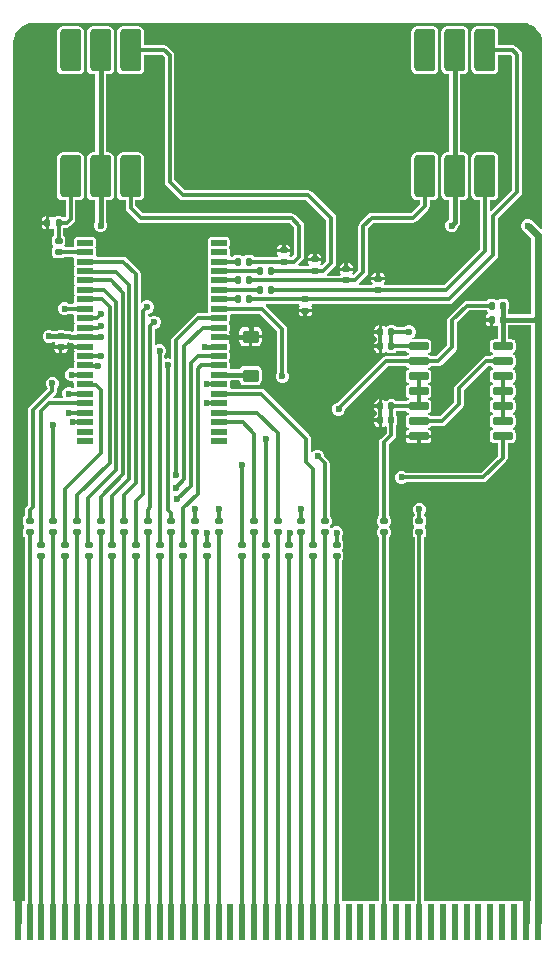
<source format=gtl>
G04*
G04 #@! TF.GenerationSoftware,Altium Limited,Altium Designer,25.4.2 (15)*
G04*
G04 Layer_Physical_Order=1*
G04 Layer_Color=255*
%FSLAX44Y44*%
%MOMM*%
G71*
G04*
G04 #@! TF.SameCoordinates,8BB3DE61-D15D-4615-A688-D497E92F8216*
G04*
G04*
G04 #@! TF.FilePolarity,Positive*
G04*
G01*
G75*
%ADD10C,0.3000*%
G04:AMPARAMS|DCode=12|XSize=1.1mm|YSize=1.35mm|CornerRadius=0.1375mm|HoleSize=0mm|Usage=FLASHONLY|Rotation=90.000|XOffset=0mm|YOffset=0mm|HoleType=Round|Shape=RoundedRectangle|*
%AMROUNDEDRECTD12*
21,1,1.1000,1.0750,0,0,90.0*
21,1,0.8250,1.3500,0,0,90.0*
1,1,0.2750,0.5375,0.4125*
1,1,0.2750,0.5375,-0.4125*
1,1,0.2750,-0.5375,-0.4125*
1,1,0.2750,-0.5375,0.4125*
%
%ADD12ROUNDEDRECTD12*%
G04:AMPARAMS|DCode=13|XSize=0.6mm|YSize=0.45mm|CornerRadius=0.0563mm|HoleSize=0mm|Usage=FLASHONLY|Rotation=90.000|XOffset=0mm|YOffset=0mm|HoleType=Round|Shape=RoundedRectangle|*
%AMROUNDEDRECTD13*
21,1,0.6000,0.3375,0,0,90.0*
21,1,0.4875,0.4500,0,0,90.0*
1,1,0.1125,0.1688,0.2438*
1,1,0.1125,0.1688,-0.2438*
1,1,0.1125,-0.1688,-0.2438*
1,1,0.1125,-0.1688,0.2438*
%
%ADD13ROUNDEDRECTD13*%
G04:AMPARAMS|DCode=14|XSize=0.6mm|YSize=0.45mm|CornerRadius=0.0563mm|HoleSize=0mm|Usage=FLASHONLY|Rotation=180.000|XOffset=0mm|YOffset=0mm|HoleType=Round|Shape=RoundedRectangle|*
%AMROUNDEDRECTD14*
21,1,0.6000,0.3375,0,0,180.0*
21,1,0.4875,0.4500,0,0,180.0*
1,1,0.1125,-0.2438,0.1688*
1,1,0.1125,0.2438,0.1688*
1,1,0.1125,0.2438,-0.1688*
1,1,0.1125,-0.2438,-0.1688*
%
%ADD14ROUNDEDRECTD14*%
G04:AMPARAMS|DCode=15|XSize=0.65mm|YSize=1.65mm|CornerRadius=0.0813mm|HoleSize=0mm|Usage=FLASHONLY|Rotation=90.000|XOffset=0mm|YOffset=0mm|HoleType=Round|Shape=RoundedRectangle|*
%AMROUNDEDRECTD15*
21,1,0.6500,1.4875,0,0,90.0*
21,1,0.4875,1.6500,0,0,90.0*
1,1,0.1625,0.7438,0.2438*
1,1,0.1625,0.7438,-0.2438*
1,1,0.1625,-0.7438,-0.2438*
1,1,0.1625,-0.7438,0.2438*
%
%ADD15ROUNDEDRECTD15*%
%ADD16R,0.6000X3.0500*%
G04:AMPARAMS|DCode=17|XSize=1.36mm|YSize=0.51mm|CornerRadius=0.0638mm|HoleSize=0mm|Usage=FLASHONLY|Rotation=0.000|XOffset=0mm|YOffset=0mm|HoleType=Round|Shape=RoundedRectangle|*
%AMROUNDEDRECTD17*
21,1,1.3600,0.3825,0,0,0.0*
21,1,1.2325,0.5100,0,0,0.0*
1,1,0.1275,0.6163,-0.1913*
1,1,0.1275,-0.6163,-0.1913*
1,1,0.1275,-0.6163,0.1913*
1,1,0.1275,0.6163,0.1913*
%
%ADD17ROUNDEDRECTD17*%
G04:AMPARAMS|DCode=18|XSize=1.778mm|YSize=3.556mm|CornerRadius=0.2223mm|HoleSize=0mm|Usage=FLASHONLY|Rotation=0.000|XOffset=0mm|YOffset=0mm|HoleType=Round|Shape=RoundedRectangle|*
%AMROUNDEDRECTD18*
21,1,1.7780,3.1115,0,0,0.0*
21,1,1.3335,3.5560,0,0,0.0*
1,1,0.4445,0.6668,-1.5558*
1,1,0.4445,-0.6668,-1.5558*
1,1,0.4445,-0.6668,1.5558*
1,1,0.4445,0.6668,1.5558*
%
%ADD18ROUNDEDRECTD18*%
%ADD27C,0.4000*%
%ADD28C,0.6000*%
%ADD29C,6.0000*%
%ADD30C,0.6000*%
G36*
X438202Y776097D02*
X441281Y775163D01*
X444118Y773646D01*
X446605Y771605D01*
X448646Y769118D01*
X450163Y766281D01*
X451097Y763202D01*
X451405Y760072D01*
X451390Y760000D01*
Y602507D01*
X450217Y602021D01*
X443244Y608994D01*
X442781Y609303D01*
X442388Y609697D01*
X441874Y609910D01*
X441412Y610219D01*
X440866Y610327D01*
X440352Y610540D01*
X439796D01*
X439250Y610649D01*
X438704Y610540D01*
X438148D01*
X437634Y610327D01*
X437088Y610219D01*
X436626Y609910D01*
X436112Y609697D01*
X435718Y609303D01*
X435256Y608994D01*
X434947Y608531D01*
X434553Y608138D01*
X434341Y607624D01*
X434031Y607162D01*
X433923Y606616D01*
X433710Y606102D01*
Y605546D01*
X433601Y605000D01*
X433710Y604454D01*
Y603898D01*
X433923Y603384D01*
X434031Y602838D01*
X434341Y602376D01*
X434553Y601862D01*
X434947Y601469D01*
X435256Y601006D01*
X441852Y594410D01*
Y529879D01*
X422879D01*
Y533698D01*
X423101Y534813D01*
Y539688D01*
X422860Y540898D01*
X422174Y541925D01*
X421148Y542610D01*
X419938Y542851D01*
X416562D01*
X415352Y542610D01*
X414326Y541925D01*
X414264Y541832D01*
X412736D01*
X412674Y541925D01*
X411648Y542610D01*
X410437Y542851D01*
X407062D01*
X405852Y542610D01*
X404826Y541925D01*
X404455Y541369D01*
X387750D01*
X386174Y541056D01*
X384838Y540163D01*
X372337Y527663D01*
X371444Y526326D01*
X371131Y524750D01*
Y503706D01*
X361694Y494269D01*
X357096D01*
X356604Y495004D01*
X355496Y495745D01*
X354957Y495853D01*
Y497147D01*
X355496Y497254D01*
X356604Y497995D01*
X357346Y499104D01*
X357606Y500412D01*
Y505287D01*
X357346Y506595D01*
X356604Y507704D01*
X355496Y508445D01*
X354188Y508706D01*
X341777D01*
X341524Y509976D01*
X341888Y510126D01*
X343447Y511685D01*
X344290Y513721D01*
Y515925D01*
X343447Y517961D01*
X341888Y519520D01*
X339852Y520363D01*
X337648D01*
X335612Y519520D01*
X335034Y518942D01*
X328045D01*
X327674Y519497D01*
X326648Y520183D01*
X325438Y520424D01*
X322063D01*
X320852Y520183D01*
X319826Y519497D01*
X319764Y519404D01*
X318236D01*
X318174Y519497D01*
X317148Y520183D01*
X315937Y520424D01*
X315520D01*
Y514823D01*
X314250D01*
Y513553D01*
X309399D01*
Y512385D01*
X309640Y511175D01*
X310326Y510149D01*
X311335Y509474D01*
X311352Y509383D01*
Y508263D01*
X311335Y508171D01*
X310326Y507497D01*
X309640Y506470D01*
X309399Y505260D01*
Y504092D01*
X314250D01*
Y502822D01*
X315520D01*
Y497222D01*
X315937D01*
X317148Y497463D01*
X318174Y498148D01*
X318236Y498241D01*
X319764D01*
X319826Y498148D01*
X320852Y497463D01*
X322063Y497222D01*
X325438D01*
X326648Y497463D01*
X327674Y498148D01*
X328045Y498703D01*
X336423D01*
X336895Y497995D01*
X338004Y497254D01*
X338543Y497147D01*
Y495853D01*
X338004Y495745D01*
X336895Y495004D01*
X336404Y494269D01*
X318900D01*
X317324Y493955D01*
X315987Y493063D01*
X277965Y455040D01*
X277898D01*
X275862Y454197D01*
X274303Y452638D01*
X273460Y450602D01*
Y448398D01*
X274303Y446362D01*
X275862Y444803D01*
X277898Y443960D01*
X280102D01*
X282138Y444803D01*
X283697Y446362D01*
X284540Y448398D01*
Y449965D01*
X320606Y486031D01*
X336404D01*
X336895Y485295D01*
X338004Y484554D01*
X338543Y484447D01*
Y483153D01*
X338004Y483045D01*
X336895Y482304D01*
X336155Y481195D01*
X335894Y479887D01*
Y475012D01*
X336155Y473704D01*
X336895Y472595D01*
X338004Y471854D01*
X338543Y471747D01*
Y470452D01*
X338004Y470345D01*
X336895Y469604D01*
X336155Y468495D01*
X335894Y467187D01*
Y462312D01*
X336155Y461004D01*
X336895Y459895D01*
X338004Y459154D01*
X338543Y459047D01*
Y457752D01*
X338004Y457645D01*
X336895Y456904D01*
X336449Y456237D01*
X328045D01*
X327674Y456792D01*
X326648Y457477D01*
X325438Y457718D01*
X322063D01*
X320852Y457477D01*
X319826Y456792D01*
X319764Y456699D01*
X318236D01*
X318174Y456792D01*
X317148Y457477D01*
X315937Y457718D01*
X315520D01*
Y452117D01*
X314250D01*
Y450847D01*
X309399D01*
Y449680D01*
X309640Y448470D01*
X310326Y447443D01*
X311335Y446769D01*
X311352Y446674D01*
Y445561D01*
X311335Y445466D01*
X310326Y444792D01*
X309640Y443766D01*
X309399Y442555D01*
Y441388D01*
X314250D01*
Y440118D01*
X315520D01*
Y434517D01*
X315937D01*
X317148Y434758D01*
X318174Y435443D01*
X319322Y434981D01*
X319631Y434772D01*
Y429456D01*
X314587Y424413D01*
X313694Y423077D01*
X313381Y421500D01*
Y359045D01*
X312826Y358674D01*
X312140Y357648D01*
X311899Y356438D01*
Y353063D01*
X312140Y351852D01*
X312826Y350826D01*
X312919Y350764D01*
Y349236D01*
X312826Y349174D01*
X312140Y348148D01*
X311899Y346937D01*
Y343563D01*
X312140Y342352D01*
X312826Y341326D01*
X313381Y340955D01*
Y33040D01*
X281619D01*
Y320955D01*
X282174Y321326D01*
X282860Y322352D01*
X283101Y323563D01*
Y326937D01*
X282860Y328148D01*
X282174Y329174D01*
X282082Y329236D01*
Y330764D01*
X282174Y330826D01*
X282860Y331852D01*
X283101Y333063D01*
Y336438D01*
X282860Y337648D01*
X282174Y338674D01*
X281619Y339045D01*
Y341035D01*
X282197Y341612D01*
X283040Y343648D01*
Y345852D01*
X282197Y347888D01*
X280638Y349447D01*
X278602Y350290D01*
X276398D01*
X274362Y349447D01*
X273857Y348942D01*
X272222Y349103D01*
X272174Y349174D01*
X272082Y349236D01*
Y350764D01*
X272174Y350826D01*
X272860Y351852D01*
X273101Y353063D01*
Y356438D01*
X272860Y357648D01*
X272174Y358674D01*
X271619Y359045D01*
Y403500D01*
X271306Y405076D01*
X270413Y406413D01*
X266790Y410035D01*
Y410852D01*
X265947Y412888D01*
X264388Y414447D01*
X262352Y415290D01*
X260148D01*
X258112Y414447D01*
X256889Y413224D01*
X255619Y413699D01*
Y424500D01*
X255306Y426077D01*
X254413Y427413D01*
X216413Y465413D01*
X215077Y466306D01*
X213500Y466619D01*
X187580D01*
X186763Y467889D01*
X186902Y468587D01*
Y472412D01*
X186864Y472601D01*
X187907Y473871D01*
X195134D01*
X195437Y472347D01*
X196302Y471053D01*
X197597Y470187D01*
X199125Y469883D01*
X209875D01*
X211402Y470187D01*
X212698Y471053D01*
X213563Y472347D01*
X213867Y473875D01*
Y482125D01*
X213563Y483653D01*
X212698Y484948D01*
X211402Y485813D01*
X209875Y486117D01*
X199125D01*
X197597Y485813D01*
X196302Y484948D01*
X195437Y483653D01*
X195333Y483129D01*
X187907D01*
X186864Y484399D01*
X186902Y484587D01*
Y488412D01*
X186655Y489652D01*
X186089Y490500D01*
X186655Y491348D01*
X186902Y492587D01*
Y496412D01*
X186655Y497652D01*
X186089Y498500D01*
X186655Y499348D01*
X186902Y500587D01*
Y504412D01*
X186655Y505652D01*
X186089Y506500D01*
X186655Y507348D01*
X186902Y508587D01*
Y509230D01*
X177500D01*
Y511770D01*
X186902D01*
Y512412D01*
X186655Y513652D01*
X186089Y514500D01*
X186655Y515348D01*
X186902Y516587D01*
Y520412D01*
X186655Y521652D01*
X186089Y522500D01*
X186655Y523348D01*
X186902Y524587D01*
Y528412D01*
X186763Y529111D01*
X187580Y530381D01*
X212294D01*
X227131Y515544D01*
Y480716D01*
X226803Y480388D01*
X225960Y478352D01*
Y476148D01*
X226803Y474112D01*
X228362Y472553D01*
X230398Y471710D01*
X232602D01*
X234638Y472553D01*
X236197Y474112D01*
X237040Y476148D01*
Y478352D01*
X236197Y480388D01*
X235369Y481215D01*
Y517250D01*
X235056Y518826D01*
X234163Y520163D01*
X217214Y537111D01*
X217615Y538302D01*
X217677Y538381D01*
X241000D01*
X241001Y538381D01*
X245654D01*
X245863Y538072D01*
X246326Y536924D01*
X245640Y535898D01*
X245399Y534688D01*
Y534270D01*
X256601D01*
Y534688D01*
X256360Y535898D01*
X255674Y536924D01*
X256136Y538072D01*
X256345Y538381D01*
X372250D01*
X373826Y538695D01*
X375163Y539588D01*
X412913Y577337D01*
X413806Y578674D01*
X414119Y580250D01*
Y611294D01*
X433163Y630337D01*
X434056Y631674D01*
X434369Y633250D01*
Y749750D01*
X434056Y751326D01*
X433163Y752663D01*
X429573Y756253D01*
X428236Y757146D01*
X426660Y757459D01*
X414423D01*
Y768897D01*
X414054Y770756D01*
X413001Y772331D01*
X411426Y773384D01*
X409567Y773753D01*
X396232D01*
X394374Y773384D01*
X392799Y772331D01*
X391746Y770756D01*
X391377Y768897D01*
Y737783D01*
X391746Y735924D01*
X392799Y734349D01*
X394374Y733296D01*
X396232Y732927D01*
X409567D01*
X411426Y733296D01*
X413001Y734349D01*
X414054Y735924D01*
X414423Y737783D01*
Y749221D01*
X424954D01*
X426131Y748044D01*
Y634956D01*
X408289Y617114D01*
X407019Y617640D01*
Y626247D01*
X409567D01*
X411426Y626616D01*
X413001Y627669D01*
X414054Y629244D01*
X414423Y631102D01*
Y662217D01*
X414054Y664076D01*
X413001Y665651D01*
X411426Y666704D01*
X409567Y667073D01*
X396232D01*
X394374Y666704D01*
X392799Y665651D01*
X391746Y664076D01*
X391377Y662217D01*
Y631102D01*
X391746Y629244D01*
X392799Y627669D01*
X394374Y626616D01*
X396232Y626247D01*
X398781D01*
Y585106D01*
X368294Y554619D01*
X317846D01*
X317637Y554928D01*
X317174Y556076D01*
X317860Y557102D01*
X318101Y558312D01*
Y558730D01*
X312500D01*
X306899D01*
Y558312D01*
X307140Y557102D01*
X307826Y556076D01*
X307364Y554928D01*
X307155Y554619D01*
X296677D01*
X296614Y554699D01*
X296215Y555889D01*
X302663Y562337D01*
X303556Y563674D01*
X303869Y565250D01*
Y602544D01*
X308706Y607381D01*
X342250D01*
X343826Y607694D01*
X345163Y608587D01*
X355013Y618437D01*
X355906Y619774D01*
X356219Y621350D01*
Y626247D01*
X358768D01*
X360626Y626616D01*
X362201Y627669D01*
X363254Y629244D01*
X363623Y631102D01*
Y662217D01*
X363254Y664076D01*
X362201Y665651D01*
X360626Y666704D01*
X358768Y667073D01*
X345433D01*
X343574Y666704D01*
X341999Y665651D01*
X340946Y664076D01*
X340577Y662217D01*
Y631102D01*
X340946Y629244D01*
X341999Y627669D01*
X343574Y626616D01*
X345433Y626247D01*
X347981D01*
Y623056D01*
X340544Y615619D01*
X307000D01*
X305424Y615306D01*
X304087Y614413D01*
X296837Y607163D01*
X295944Y605826D01*
X295631Y604250D01*
Y566956D01*
X291873Y563198D01*
X291115Y563299D01*
X290681Y564459D01*
X291110Y565102D01*
X291351Y566312D01*
Y566730D01*
X285750D01*
X280149D01*
Y566312D01*
X280390Y565102D01*
X281076Y564076D01*
X280613Y562928D01*
X280405Y562620D01*
X269626D01*
X269228Y563666D01*
X269215Y563890D01*
X275663Y570337D01*
X276556Y571674D01*
X276869Y573250D01*
Y611500D01*
X276556Y613076D01*
X275663Y614413D01*
X256413Y633663D01*
X255076Y634556D01*
X253500Y634869D01*
X148956D01*
X140119Y643706D01*
Y749000D01*
X139806Y750576D01*
X138913Y751913D01*
X134573Y756253D01*
X133236Y757146D01*
X131660Y757459D01*
X114423D01*
Y768897D01*
X114054Y770756D01*
X113001Y772331D01*
X111426Y773384D01*
X109567Y773753D01*
X96233D01*
X94374Y773384D01*
X92799Y772331D01*
X91746Y770756D01*
X91377Y768897D01*
Y737783D01*
X91746Y735924D01*
X92799Y734349D01*
X94374Y733296D01*
X96233Y732927D01*
X109567D01*
X111426Y733296D01*
X113001Y734349D01*
X114054Y735924D01*
X114423Y737783D01*
Y749221D01*
X129954D01*
X131881Y747294D01*
Y642000D01*
X132194Y640424D01*
X133087Y639087D01*
X144337Y627837D01*
X145674Y626944D01*
X147250Y626631D01*
X251794D01*
X268631Y609794D01*
Y574956D01*
X265050Y571375D01*
X263857Y571502D01*
X263632Y571809D01*
X263424Y572325D01*
X264110Y573352D01*
X264351Y574562D01*
Y574980D01*
X258750D01*
X253149D01*
Y574562D01*
X253390Y573352D01*
X254076Y572325D01*
X253614Y571177D01*
X253405Y570869D01*
X245490D01*
X244965Y572139D01*
X248663Y575837D01*
X249556Y577174D01*
X249869Y578750D01*
Y604750D01*
X249556Y606326D01*
X248663Y607663D01*
X242163Y614163D01*
X240826Y615056D01*
X239250Y615369D01*
X113206D01*
X107019Y621556D01*
Y626247D01*
X109567D01*
X111426Y626616D01*
X113001Y627669D01*
X114054Y629244D01*
X114423Y631102D01*
Y662217D01*
X114054Y664076D01*
X113001Y665651D01*
X111426Y666704D01*
X109567Y667073D01*
X96233D01*
X94374Y666704D01*
X92799Y665651D01*
X91746Y664076D01*
X91377Y662217D01*
Y631102D01*
X91746Y629244D01*
X92799Y627669D01*
X94374Y626616D01*
X96233Y626247D01*
X98781D01*
Y619850D01*
X99094Y618274D01*
X99987Y616937D01*
X108587Y608337D01*
X109924Y607444D01*
X111500Y607131D01*
X237544D01*
X241631Y603044D01*
Y580456D01*
X239794Y578619D01*
X237845D01*
X237636Y578928D01*
X237174Y580076D01*
X237860Y581102D01*
X238101Y582313D01*
Y582730D01*
X232500D01*
X226899D01*
Y582313D01*
X227140Y581102D01*
X227826Y580076D01*
X227363Y578928D01*
X227154Y578619D01*
X207545D01*
X207174Y579174D01*
X206148Y579860D01*
X204937Y580101D01*
X201562D01*
X200352Y579860D01*
X199325Y579174D01*
X199263Y579082D01*
X197736D01*
X197674Y579174D01*
X196648Y579860D01*
X195438Y580101D01*
X192062D01*
X190852Y579860D01*
X189826Y579174D01*
X189455Y578619D01*
X187580D01*
X186763Y579889D01*
X186902Y580588D01*
Y584413D01*
X186655Y585653D01*
X186089Y586500D01*
X186655Y587348D01*
X186902Y588588D01*
Y592413D01*
X186655Y593652D01*
X185953Y594704D01*
X184902Y595406D01*
X183662Y595653D01*
X171337D01*
X170098Y595406D01*
X169046Y594704D01*
X168344Y593652D01*
X168098Y592413D01*
Y588588D01*
X168344Y587348D01*
X168911Y586500D01*
X168344Y585653D01*
X168098Y584413D01*
Y580588D01*
X168344Y579348D01*
X168911Y578500D01*
X168344Y577653D01*
X168098Y576413D01*
Y572588D01*
X168344Y571348D01*
X168911Y570500D01*
X168344Y569653D01*
X168098Y568413D01*
Y564588D01*
X168344Y563348D01*
X168911Y562500D01*
X168344Y561652D01*
X168098Y560412D01*
Y556587D01*
X168344Y555348D01*
X168911Y554500D01*
X168344Y553652D01*
X168098Y552412D01*
Y548587D01*
X168344Y547347D01*
X168911Y546500D01*
X168344Y545652D01*
X168098Y544412D01*
Y540587D01*
X168344Y539347D01*
X168911Y538500D01*
X168344Y537652D01*
X168098Y536412D01*
Y532587D01*
X168237Y531889D01*
X167420Y530619D01*
X160250D01*
X158673Y530305D01*
X157337Y529412D01*
X138587Y510663D01*
X137694Y509327D01*
X137381Y507750D01*
Y492834D01*
X136325Y492129D01*
X135642Y492412D01*
X133438D01*
X132675Y492096D01*
X131619Y492801D01*
Y495034D01*
X132197Y495612D01*
X133040Y497648D01*
Y499852D01*
X132197Y501888D01*
X130638Y503447D01*
X128602Y504290D01*
X126398D01*
X124679Y503578D01*
X123409Y504153D01*
Y517710D01*
X123852D01*
X125888Y518553D01*
X127447Y520112D01*
X128290Y522148D01*
Y524352D01*
X127447Y526388D01*
X125888Y527947D01*
X123852Y528790D01*
X121648D01*
X119612Y527947D01*
X119139Y527474D01*
X117869Y528000D01*
Y530460D01*
X118102D01*
X120138Y531304D01*
X121697Y532862D01*
X122540Y534898D01*
Y537102D01*
X121697Y539138D01*
X120138Y540697D01*
X118102Y541540D01*
X115898D01*
X113862Y540697D01*
X112799Y539634D01*
X111529Y540160D01*
Y563840D01*
X111216Y565416D01*
X110656Y566254D01*
X110323Y566752D01*
X99663Y577413D01*
X98327Y578306D01*
X98327Y578306D01*
X96750Y578619D01*
X74480D01*
X73664Y579889D01*
X73802Y580588D01*
Y584413D01*
X73556Y585653D01*
X72989Y586500D01*
X73556Y587348D01*
X73802Y588588D01*
Y592413D01*
X73556Y593652D01*
X72854Y594704D01*
X71803Y595406D01*
X70563Y595653D01*
X58238D01*
X56998Y595406D01*
X55947Y594704D01*
X55245Y593652D01*
X54998Y592413D01*
Y588588D01*
X55137Y587889D01*
X54320Y586619D01*
X47345D01*
X47136Y586928D01*
X46674Y588076D01*
X47360Y589102D01*
X47601Y590312D01*
Y593687D01*
X47360Y594898D01*
X46674Y595924D01*
X46119Y596295D01*
Y602868D01*
X46295Y603131D01*
X48750D01*
X50326Y603445D01*
X51663Y604338D01*
X55013Y607687D01*
X55906Y609024D01*
X56219Y610600D01*
Y626247D01*
X58767D01*
X60626Y626616D01*
X62201Y627669D01*
X63254Y629244D01*
X63623Y631102D01*
Y662217D01*
X63254Y664076D01*
X62201Y665651D01*
X60626Y666704D01*
X58767Y667073D01*
X45433D01*
X43574Y666704D01*
X41999Y665651D01*
X40946Y664076D01*
X40577Y662217D01*
Y631102D01*
X40946Y629244D01*
X41999Y627669D01*
X43574Y626616D01*
X45433Y626247D01*
X47981D01*
Y612772D01*
X47144Y611982D01*
X45924Y611924D01*
X44898Y612610D01*
X43687Y612851D01*
X40312D01*
X39102Y612610D01*
X38076Y611924D01*
X38014Y611832D01*
X36486D01*
X36424Y611924D01*
X35398Y612610D01*
X34187Y612851D01*
X33770D01*
Y607250D01*
Y601649D01*
X34187D01*
X35398Y601890D01*
X36424Y602576D01*
X37572Y602114D01*
X37881Y601905D01*
Y596295D01*
X37326Y595924D01*
X36640Y594898D01*
X36399Y593687D01*
Y590312D01*
X36640Y589102D01*
X37326Y588076D01*
X37418Y588014D01*
Y586486D01*
X37326Y586424D01*
X36640Y585398D01*
X36399Y584188D01*
Y580813D01*
X36640Y579602D01*
X37326Y578576D01*
X38352Y577890D01*
X39562Y577649D01*
X44437D01*
X45648Y577890D01*
X46382Y578381D01*
X54320D01*
X55137Y577111D01*
X54998Y576413D01*
Y572588D01*
X55245Y571348D01*
X55811Y570500D01*
X55245Y569653D01*
X54998Y568413D01*
Y564588D01*
X55245Y563348D01*
X55811Y562500D01*
X55245Y561652D01*
X54998Y560412D01*
Y556587D01*
X55245Y555348D01*
X55811Y554500D01*
X55245Y553652D01*
X54998Y552412D01*
Y548587D01*
X55245Y547347D01*
X55811Y546500D01*
X55245Y545652D01*
X54998Y544412D01*
Y540587D01*
X55137Y539889D01*
X54320Y538619D01*
X50966D01*
X50388Y539196D01*
X48352Y540040D01*
X46148D01*
X44112Y539196D01*
X42554Y537638D01*
X41710Y535602D01*
Y533398D01*
X42554Y531362D01*
X44112Y529803D01*
X46148Y528960D01*
X48352D01*
X50388Y529803D01*
X50966Y530381D01*
X54320D01*
X55137Y529111D01*
X54998Y528412D01*
Y524587D01*
X55245Y523348D01*
X55811Y522500D01*
X55245Y521652D01*
X54998Y520412D01*
Y516587D01*
X55035Y516399D01*
X53993Y515129D01*
X52867D01*
X52272Y515527D01*
X50500Y515879D01*
X50500Y515879D01*
X47552D01*
X46437Y516101D01*
X41562D01*
X40447Y515879D01*
X37206D01*
X37138Y515947D01*
X35102Y516790D01*
X32898D01*
X30862Y515947D01*
X29303Y514388D01*
X28460Y512352D01*
Y510148D01*
X29303Y508112D01*
X30862Y506554D01*
X32898Y505710D01*
X35102D01*
X37138Y506554D01*
X37206Y506621D01*
X38547D01*
X38702Y506433D01*
X39110Y505351D01*
X38640Y504648D01*
X38399Y503438D01*
Y503020D01*
X44000D01*
X49601D01*
Y503438D01*
X49360Y504648D01*
X49066Y505088D01*
X49889Y506142D01*
X51251Y505871D01*
X51251Y505871D01*
X53993D01*
X55035Y504601D01*
X54998Y504412D01*
Y503770D01*
X64400D01*
Y501230D01*
X54998D01*
Y500587D01*
X55245Y499348D01*
X55811Y498500D01*
X55245Y497652D01*
X54998Y496412D01*
Y492587D01*
X55245Y491348D01*
X55811Y490500D01*
X55245Y489652D01*
X54998Y488412D01*
Y485043D01*
X54306Y484268D01*
X53812Y484040D01*
X51898D01*
X49862Y483196D01*
X48304Y481638D01*
X47460Y479602D01*
Y477398D01*
X48304Y475362D01*
X49862Y473803D01*
X51898Y472960D01*
X53812D01*
X54306Y472732D01*
X54998Y471956D01*
Y468587D01*
X55147Y467836D01*
X55054Y467646D01*
X53888Y467197D01*
X51852Y468040D01*
X49648D01*
X47612Y467197D01*
X46053Y465638D01*
X45210Y463602D01*
Y461398D01*
X45835Y459889D01*
X45137Y458619D01*
X37604D01*
X37118Y459793D01*
X39663Y462337D01*
X40556Y463674D01*
X40869Y465250D01*
Y467534D01*
X41447Y468112D01*
X42290Y470148D01*
Y472352D01*
X41447Y474388D01*
X39888Y475947D01*
X37852Y476790D01*
X35648D01*
X33612Y475947D01*
X32053Y474388D01*
X31210Y472352D01*
Y470148D01*
X32053Y468112D01*
X32631Y467534D01*
Y466956D01*
X17337Y451663D01*
X16444Y450326D01*
X16131Y448750D01*
Y368456D01*
X14587Y366913D01*
X13694Y365577D01*
X13381Y364000D01*
Y359045D01*
X12826Y358674D01*
X12140Y357648D01*
X11899Y356438D01*
Y353063D01*
X12140Y351852D01*
X12826Y350826D01*
X12919Y350764D01*
Y349236D01*
X12826Y349174D01*
X12140Y348148D01*
X11899Y346937D01*
Y343563D01*
X12140Y342352D01*
X12826Y341326D01*
X13381Y340955D01*
Y33040D01*
X8770D01*
Y15250D01*
X6230D01*
Y33040D01*
X3609D01*
Y760000D01*
X3595Y760072D01*
X3903Y763202D01*
X4837Y766281D01*
X6354Y769118D01*
X8395Y771605D01*
X10882Y773646D01*
X13719Y775163D01*
X16798Y776097D01*
X19928Y776405D01*
X20000Y776391D01*
X435000D01*
X435072Y776405D01*
X438202Y776097D01*
D02*
G37*
G36*
X404826Y532576D02*
X405835Y531902D01*
X405852Y531809D01*
Y530691D01*
X405835Y530599D01*
X404826Y529924D01*
X404140Y528898D01*
X403899Y527687D01*
Y526520D01*
X408750D01*
Y525250D01*
X410020D01*
Y519649D01*
X410437D01*
X411648Y519890D01*
X412351Y520360D01*
X413433Y519952D01*
X413621Y519797D01*
Y508706D01*
X410812D01*
X409504Y508445D01*
X408396Y507704D01*
X407654Y506595D01*
X407394Y505287D01*
Y500412D01*
X407654Y499104D01*
X408396Y497995D01*
X409504Y497254D01*
X410043Y497147D01*
Y495853D01*
X409504Y495745D01*
X408396Y495004D01*
X407904Y494269D01*
X404150D01*
X402573Y493955D01*
X401237Y493063D01*
X378337Y470163D01*
X377444Y468827D01*
X377131Y467250D01*
Y455956D01*
X364644Y443469D01*
X357096D01*
X356604Y444204D01*
X355496Y444945D01*
X354957Y445052D01*
Y446347D01*
X355496Y446454D01*
X356604Y447195D01*
X357346Y448304D01*
X357606Y449612D01*
Y454487D01*
X357346Y455796D01*
X356604Y456904D01*
X355496Y457645D01*
X354957Y457752D01*
Y459047D01*
X355496Y459154D01*
X356604Y459895D01*
X357346Y461004D01*
X357606Y462312D01*
Y467187D01*
X357346Y468495D01*
X356604Y469604D01*
X355496Y470345D01*
X354957Y470452D01*
Y471747D01*
X355496Y471854D01*
X356604Y472595D01*
X357346Y473704D01*
X357606Y475012D01*
Y479887D01*
X357346Y481195D01*
X356604Y482304D01*
X355496Y483045D01*
X354957Y483153D01*
Y484447D01*
X355496Y484554D01*
X356604Y485295D01*
X357096Y486031D01*
X363400D01*
X364976Y486344D01*
X366313Y487237D01*
X378163Y499087D01*
X379056Y500424D01*
X379369Y502000D01*
Y523044D01*
X389456Y533131D01*
X404455D01*
X404826Y532576D01*
D02*
G37*
G36*
X441852Y33040D02*
X438770D01*
Y15250D01*
X436230D01*
Y33040D01*
X351619D01*
Y340955D01*
X352174Y341326D01*
X352860Y342352D01*
X353101Y343563D01*
Y346937D01*
X352860Y348148D01*
X352174Y349174D01*
X352081Y349236D01*
Y350764D01*
X352174Y350826D01*
X352860Y351852D01*
X353101Y353063D01*
Y356438D01*
X352860Y357648D01*
X352174Y358674D01*
X351619Y359045D01*
Y361035D01*
X352197Y361612D01*
X353040Y363648D01*
Y365852D01*
X352197Y367888D01*
X350638Y369447D01*
X348602Y370290D01*
X346398D01*
X344362Y369447D01*
X342803Y367888D01*
X341960Y365852D01*
Y363648D01*
X342803Y361612D01*
X343381Y361035D01*
Y359045D01*
X342826Y358674D01*
X342140Y357648D01*
X341899Y356438D01*
Y353063D01*
X342140Y351852D01*
X342826Y350826D01*
X342919Y350764D01*
Y349236D01*
X342826Y349174D01*
X342140Y348148D01*
X341899Y346937D01*
Y343563D01*
X342140Y342352D01*
X342826Y341326D01*
X343381Y340955D01*
Y33040D01*
X321619D01*
Y340955D01*
X322174Y341326D01*
X322860Y342352D01*
X323101Y343563D01*
Y346937D01*
X322860Y348148D01*
X322174Y349174D01*
X322081Y349236D01*
Y350764D01*
X322174Y350826D01*
X322860Y351852D01*
X323101Y353063D01*
Y356438D01*
X322860Y357648D01*
X322174Y358674D01*
X321619Y359045D01*
Y419794D01*
X326663Y424837D01*
X327556Y426174D01*
X327869Y427750D01*
Y435735D01*
X328360Y436470D01*
X328601Y437680D01*
Y442555D01*
X328360Y443766D01*
X327869Y444500D01*
Y447735D01*
X328045Y447998D01*
X336359D01*
X336895Y447195D01*
X338004Y446454D01*
X338543Y446347D01*
Y445052D01*
X338004Y444945D01*
X336895Y444204D01*
X336155Y443096D01*
X335894Y441787D01*
Y436912D01*
X336155Y435604D01*
X336895Y434495D01*
X338004Y433754D01*
X338543Y433647D01*
Y432352D01*
X338004Y432245D01*
X336895Y431504D01*
X336155Y430396D01*
X335894Y429087D01*
Y427920D01*
X346750D01*
X357606D01*
Y429087D01*
X357346Y430396D01*
X356604Y431504D01*
X355496Y432245D01*
X354957Y432352D01*
Y433647D01*
X355496Y433754D01*
X356604Y434495D01*
X357096Y435231D01*
X366350D01*
X367926Y435544D01*
X369263Y436437D01*
X384163Y451338D01*
X385055Y452674D01*
X385369Y454250D01*
Y465544D01*
X405856Y486031D01*
X407904D01*
X408396Y485295D01*
X409504Y484554D01*
X410043Y484447D01*
Y483153D01*
X409504Y483045D01*
X408396Y482304D01*
X407654Y481195D01*
X407394Y479887D01*
Y475012D01*
X407654Y473704D01*
X408396Y472595D01*
X409504Y471854D01*
X410043Y471747D01*
Y470452D01*
X409504Y470345D01*
X408396Y469604D01*
X407654Y468495D01*
X407394Y467187D01*
Y462312D01*
X407654Y461004D01*
X408396Y459895D01*
X409504Y459154D01*
X410043Y459047D01*
Y457752D01*
X409504Y457645D01*
X408396Y456904D01*
X407654Y455796D01*
X407394Y454487D01*
Y449612D01*
X407654Y448304D01*
X408396Y447195D01*
X409504Y446454D01*
X410043Y446347D01*
Y445052D01*
X409504Y444945D01*
X408396Y444204D01*
X407654Y443096D01*
X407394Y441787D01*
Y436912D01*
X407654Y435604D01*
X408396Y434495D01*
X409504Y433754D01*
X410043Y433647D01*
Y432352D01*
X409504Y432245D01*
X408396Y431504D01*
X407654Y430396D01*
X407394Y429087D01*
Y424212D01*
X407654Y422904D01*
X408396Y421795D01*
X409504Y421054D01*
X410812Y420794D01*
X414131D01*
Y410206D01*
X399794Y395869D01*
X336216D01*
X335638Y396447D01*
X333602Y397290D01*
X331398D01*
X329362Y396447D01*
X327803Y394888D01*
X326960Y392852D01*
Y390648D01*
X327803Y388612D01*
X329362Y387053D01*
X331398Y386210D01*
X333602D01*
X335638Y387053D01*
X336216Y387631D01*
X401500D01*
X403076Y387944D01*
X404413Y388837D01*
X421163Y405587D01*
X422056Y406924D01*
X422369Y408500D01*
Y420794D01*
X425687D01*
X426996Y421054D01*
X428105Y421795D01*
X428845Y422904D01*
X429106Y424212D01*
Y429087D01*
X428845Y430396D01*
X428105Y431504D01*
X426996Y432245D01*
X426457Y432352D01*
Y433647D01*
X426996Y433754D01*
X428105Y434495D01*
X428845Y435604D01*
X429106Y436912D01*
Y441787D01*
X428845Y443096D01*
X428105Y444204D01*
X426996Y444945D01*
X426457Y445052D01*
Y446347D01*
X426996Y446454D01*
X428105Y447195D01*
X428845Y448304D01*
X429106Y449612D01*
Y454487D01*
X428845Y455796D01*
X428105Y456904D01*
X426996Y457645D01*
X426457Y457752D01*
Y459047D01*
X426996Y459154D01*
X428105Y459895D01*
X428845Y461004D01*
X429106Y462312D01*
Y467187D01*
X428845Y468495D01*
X428105Y469604D01*
X426996Y470345D01*
X426457Y470452D01*
Y471747D01*
X426996Y471854D01*
X428105Y472595D01*
X428845Y473704D01*
X429106Y475012D01*
Y479887D01*
X428845Y481195D01*
X428105Y482304D01*
X426996Y483045D01*
X426457Y483153D01*
Y484447D01*
X426996Y484554D01*
X428105Y485295D01*
X428845Y486404D01*
X429106Y487712D01*
Y492587D01*
X428845Y493895D01*
X428105Y495004D01*
X426996Y495745D01*
X426457Y495853D01*
Y497147D01*
X426996Y497254D01*
X428105Y497995D01*
X428845Y499104D01*
X429106Y500412D01*
Y505287D01*
X428845Y506595D01*
X428105Y507704D01*
X426996Y508445D01*
X425687Y508706D01*
X422879D01*
Y520621D01*
X441852D01*
Y33040D01*
D02*
G37*
%LPC*%
G36*
X358768Y773753D02*
X345433D01*
X343574Y773384D01*
X341999Y772331D01*
X340946Y770756D01*
X340577Y768897D01*
Y737783D01*
X340946Y735924D01*
X341999Y734349D01*
X343574Y733296D01*
X345433Y732927D01*
X358768D01*
X360626Y733296D01*
X362201Y734349D01*
X363254Y735924D01*
X363623Y737783D01*
Y768897D01*
X363254Y770756D01*
X362201Y772331D01*
X360626Y773384D01*
X358768Y773753D01*
D02*
G37*
G36*
X58767D02*
X45433D01*
X43574Y773384D01*
X41999Y772331D01*
X40946Y770756D01*
X40577Y768897D01*
Y737783D01*
X40946Y735924D01*
X41999Y734349D01*
X43574Y733296D01*
X45433Y732927D01*
X58767D01*
X60626Y733296D01*
X62201Y734349D01*
X63254Y735924D01*
X63623Y737783D01*
Y768897D01*
X63254Y770756D01*
X62201Y772331D01*
X60626Y773384D01*
X58767Y773753D01*
D02*
G37*
G36*
X31230Y612851D02*
X30812D01*
X29602Y612610D01*
X28575Y611924D01*
X27890Y610898D01*
X27649Y609688D01*
Y608520D01*
X31230D01*
Y612851D01*
D02*
G37*
G36*
Y605980D02*
X27649D01*
Y604813D01*
X27890Y603602D01*
X28575Y602576D01*
X29602Y601890D01*
X30812Y601649D01*
X31230D01*
Y605980D01*
D02*
G37*
G36*
X384168Y773753D02*
X370832D01*
X368974Y773384D01*
X367399Y772331D01*
X366346Y770756D01*
X365977Y768897D01*
Y737783D01*
X366346Y735924D01*
X367399Y734349D01*
X368974Y733296D01*
X370832Y732927D01*
X372871D01*
Y667073D01*
X370832D01*
X368974Y666704D01*
X367399Y665651D01*
X366346Y664076D01*
X365977Y662217D01*
Y631102D01*
X366346Y629244D01*
X367399Y627669D01*
X368974Y626616D01*
X370832Y626247D01*
X372871D01*
Y610115D01*
X371862Y609697D01*
X370303Y608138D01*
X369460Y606102D01*
Y603898D01*
X370303Y601862D01*
X371862Y600303D01*
X373898Y599460D01*
X376102D01*
X378138Y600303D01*
X379697Y601862D01*
X380540Y603898D01*
Y604535D01*
X380773Y604768D01*
X381777Y606270D01*
X382129Y608041D01*
X382129Y608041D01*
Y626247D01*
X384168D01*
X386026Y626616D01*
X387601Y627669D01*
X388654Y629244D01*
X389023Y631102D01*
Y662217D01*
X388654Y664076D01*
X387601Y665651D01*
X386026Y666704D01*
X384168Y667073D01*
X382129D01*
Y732927D01*
X384168D01*
X386026Y733296D01*
X387601Y734349D01*
X388654Y735924D01*
X389023Y737783D01*
Y768897D01*
X388654Y770756D01*
X387601Y772331D01*
X386026Y773384D01*
X384168Y773753D01*
D02*
G37*
G36*
X84167D02*
X70833D01*
X68974Y773384D01*
X67399Y772331D01*
X66346Y770756D01*
X65977Y768897D01*
Y737783D01*
X66346Y735924D01*
X67399Y734349D01*
X68974Y733296D01*
X70833Y732927D01*
X72871D01*
Y667073D01*
X70833D01*
X68974Y666704D01*
X67399Y665651D01*
X66346Y664076D01*
X65977Y662217D01*
Y631102D01*
X66346Y629244D01*
X67399Y627669D01*
X68974Y626616D01*
X70833Y626247D01*
X72871D01*
Y608206D01*
X72803Y608138D01*
X71960Y606102D01*
Y603898D01*
X72803Y601862D01*
X74362Y600303D01*
X76398Y599460D01*
X78602D01*
X80638Y600303D01*
X82197Y601862D01*
X83040Y603898D01*
Y606102D01*
X82197Y608138D01*
X82129Y608206D01*
Y626247D01*
X84167D01*
X86026Y626616D01*
X87601Y627669D01*
X88654Y629244D01*
X89023Y631102D01*
Y662217D01*
X88654Y664076D01*
X87601Y665651D01*
X86026Y666704D01*
X84167Y667073D01*
X82129D01*
Y732927D01*
X84167D01*
X86026Y733296D01*
X87601Y734349D01*
X88654Y735924D01*
X89023Y737783D01*
Y768897D01*
X88654Y770756D01*
X87601Y772331D01*
X86026Y773384D01*
X84167Y773753D01*
D02*
G37*
G36*
X234937Y588851D02*
X233770D01*
Y585270D01*
X238101D01*
Y585688D01*
X237860Y586898D01*
X237174Y587924D01*
X236148Y588610D01*
X234937Y588851D01*
D02*
G37*
G36*
X231230D02*
X230062D01*
X228852Y588610D01*
X227826Y587924D01*
X227140Y586898D01*
X226899Y585688D01*
Y585270D01*
X231230D01*
Y588851D01*
D02*
G37*
G36*
X261188Y581100D02*
X260020D01*
Y577520D01*
X264351D01*
Y577937D01*
X264110Y579148D01*
X263424Y580174D01*
X262398Y580860D01*
X261188Y581100D01*
D02*
G37*
G36*
X257480D02*
X256313D01*
X255102Y580860D01*
X254076Y580174D01*
X253390Y579148D01*
X253149Y577937D01*
Y577520D01*
X257480D01*
Y581100D01*
D02*
G37*
G36*
X288187Y572851D02*
X287020D01*
Y569270D01*
X291351D01*
Y569688D01*
X291110Y570898D01*
X290424Y571924D01*
X289398Y572610D01*
X288187Y572851D01*
D02*
G37*
G36*
X284480D02*
X283312D01*
X282102Y572610D01*
X281076Y571924D01*
X280390Y570898D01*
X280149Y569688D01*
Y569270D01*
X284480D01*
Y572851D01*
D02*
G37*
G36*
X314938Y564851D02*
X313770D01*
Y561270D01*
X318101D01*
Y561687D01*
X317860Y562898D01*
X317174Y563924D01*
X316148Y564610D01*
X314938Y564851D01*
D02*
G37*
G36*
X311230D02*
X310063D01*
X308852Y564610D01*
X307826Y563924D01*
X307140Y562898D01*
X306899Y561687D01*
Y561270D01*
X311230D01*
Y564851D01*
D02*
G37*
G36*
X256601Y531730D02*
X252270D01*
Y528149D01*
X253437D01*
X254648Y528390D01*
X255674Y529076D01*
X256360Y530102D01*
X256601Y531313D01*
Y531730D01*
D02*
G37*
G36*
X249730D02*
X245399D01*
Y531313D01*
X245640Y530102D01*
X246326Y529076D01*
X247352Y528390D01*
X248562Y528149D01*
X249730D01*
Y531730D01*
D02*
G37*
G36*
X312980Y520424D02*
X312563D01*
X311352Y520183D01*
X310326Y519497D01*
X309640Y518471D01*
X309399Y517260D01*
Y516093D01*
X312980D01*
Y520424D01*
D02*
G37*
G36*
X209875Y519117D02*
X205770D01*
Y512270D01*
X213867D01*
Y515125D01*
X213563Y516653D01*
X212698Y517948D01*
X211402Y518813D01*
X209875Y519117D01*
D02*
G37*
G36*
X203230D02*
X199125D01*
X197597Y518813D01*
X196302Y517948D01*
X195437Y516653D01*
X195133Y515125D01*
Y512270D01*
X203230D01*
Y519117D01*
D02*
G37*
G36*
X213867Y509730D02*
X205770D01*
Y502884D01*
X209875D01*
X211402Y503187D01*
X212698Y504053D01*
X213563Y505348D01*
X213867Y506875D01*
Y509730D01*
D02*
G37*
G36*
X203230D02*
X195133D01*
Y506875D01*
X195437Y505348D01*
X196302Y504053D01*
X197597Y503187D01*
X199125Y502884D01*
X203230D01*
Y509730D01*
D02*
G37*
G36*
X312980Y501552D02*
X309399D01*
Y500385D01*
X309640Y499174D01*
X310326Y498148D01*
X311352Y497463D01*
X312563Y497222D01*
X312980D01*
Y501552D01*
D02*
G37*
G36*
X49601Y500480D02*
X45270D01*
Y496899D01*
X46437D01*
X47648Y497140D01*
X48674Y497826D01*
X49360Y498852D01*
X49601Y500063D01*
Y500480D01*
D02*
G37*
G36*
X42730D02*
X38399D01*
Y500063D01*
X38640Y498852D01*
X39325Y497826D01*
X40352Y497140D01*
X41562Y496899D01*
X42730D01*
Y500480D01*
D02*
G37*
G36*
X312980Y457718D02*
X312563D01*
X311352Y457477D01*
X310326Y456792D01*
X309640Y455765D01*
X309399Y454555D01*
Y453387D01*
X312980D01*
Y457718D01*
D02*
G37*
G36*
X312980Y438848D02*
X309399D01*
Y437680D01*
X309640Y436470D01*
X310326Y435443D01*
X311352Y434758D01*
X312563Y434517D01*
X312980D01*
Y438848D01*
D02*
G37*
G36*
X407480Y523980D02*
X403899D01*
Y522812D01*
X404140Y521602D01*
X404826Y520576D01*
X405852Y519890D01*
X407062Y519649D01*
X407480D01*
Y523980D01*
D02*
G37*
G36*
X357606Y425380D02*
X348020D01*
Y420794D01*
X354188D01*
X355496Y421054D01*
X356604Y421795D01*
X357346Y422904D01*
X357606Y424212D01*
Y425380D01*
D02*
G37*
G36*
X345480D02*
X335894D01*
Y424212D01*
X336155Y422904D01*
X336895Y421795D01*
X338004Y421054D01*
X339313Y420794D01*
X345480D01*
Y425380D01*
D02*
G37*
%LPD*%
D10*
X314250Y502822D02*
Y514823D01*
X50500Y501750D02*
X51250Y502500D01*
X7500Y37688D02*
X8426Y38614D01*
X232500Y584000D02*
Y594000D01*
X251000Y523000D02*
Y533000D01*
X312500Y560000D02*
Y570000D01*
X285750Y568000D02*
Y578000D01*
X304250Y502822D02*
X314250D01*
X398750Y525250D02*
X408750D01*
X304250Y514823D02*
X314250D01*
X258750Y576250D02*
Y586250D01*
X44000Y501750D02*
X50500D01*
X51250Y502500D02*
X64400D01*
X346750Y416812D02*
Y426650D01*
X314250Y440118D02*
Y452118D01*
X304250Y440118D02*
X314250D01*
X304250Y452118D02*
X314250D01*
Y438867D02*
Y440118D01*
X34040Y501750D02*
X44000D01*
X23540Y607250D02*
X32500D01*
X50679Y446457D02*
X64357D01*
X53981Y438500D02*
X64400D01*
X37500Y435750D02*
X37500Y435750D01*
Y354750D02*
Y435750D01*
X137500Y354750D02*
Y361500D01*
X134460Y364540D02*
X137500Y361500D01*
X134460Y364540D02*
Y486792D01*
X251000Y542500D02*
X372250D01*
X410000Y580250D01*
Y613000D01*
X430250Y633250D01*
X370000Y550500D02*
X402900Y583400D01*
Y646660D01*
X147250Y630750D02*
X253500D01*
X136000Y642000D02*
X147250Y630750D01*
X253500D02*
X272750Y611500D01*
X136000Y642000D02*
Y749000D01*
X41250Y607250D02*
X48750D01*
X52100Y610600D02*
Y646660D01*
X48750Y607250D02*
X52100Y610600D01*
X42000Y582500D02*
X64400D01*
X102900Y619850D02*
X111500Y611250D01*
X102900Y619850D02*
Y646660D01*
X426660Y753340D02*
X430250Y749750D01*
Y633250D02*
Y749750D01*
X400400Y753340D02*
X426660D01*
X342250Y611500D02*
X352100Y621350D01*
Y646660D01*
X387750Y537250D02*
X408750D01*
X375250Y524750D02*
X387750Y537250D01*
X312500Y550500D02*
X370000D01*
X299750Y565250D02*
Y604250D01*
X307000Y611500D02*
X342250D01*
X299750Y604250D02*
X307000Y611500D01*
X42000Y592000D02*
Y608000D01*
X272750Y573250D02*
Y611500D01*
X111500Y611250D02*
X239250D01*
X245750Y578750D02*
Y604750D01*
X239250Y611250D02*
X245750Y604750D01*
X131660Y753340D02*
X136000Y749000D01*
X105400Y753340D02*
X131660D01*
X375250Y502000D02*
Y524750D01*
X346750Y490150D02*
X363400D01*
X375250Y502000D01*
X142500Y373250D02*
X154080Y384830D01*
Y488330D01*
X141580Y383000D02*
X148540Y389960D01*
Y490625D01*
X47250Y534500D02*
X64400D01*
X332500Y391750D02*
X401500D01*
X418250Y408500D01*
X231250Y477500D02*
X231500Y477250D01*
X231250Y477500D02*
Y517250D01*
X279000Y449500D02*
Y450250D01*
X318900Y490150D01*
X159620Y377620D02*
Y483370D01*
X162750Y486500D02*
X177500D01*
X154080Y488330D02*
X160250Y494500D01*
X177500D01*
X159620Y483370D02*
X162750Y486500D01*
X20250Y448750D02*
X36750Y465250D01*
X20250Y366750D02*
Y448750D01*
X17500Y364000D02*
X20250Y366750D01*
X17500Y354750D02*
Y364000D01*
X381250Y467250D02*
X404150Y490150D01*
X418250D01*
X381250Y454250D02*
Y467250D01*
X53000Y478500D02*
X64400D01*
X85170Y404170D02*
Y535830D01*
X96750Y574500D02*
X107410Y563840D01*
X90710Y397970D02*
Y540541D01*
X101870Y397366D02*
Y542634D01*
X96250Y394261D02*
Y548250D01*
X107410Y386923D02*
Y563840D01*
X318900Y490150D02*
X346750D01*
X261250Y409750D02*
X267500Y403500D01*
X75563Y518494D02*
X77318Y520250D01*
X74464Y526500D02*
X78130Y530166D01*
X77318Y520250D02*
X78130D01*
X64400Y526500D02*
X74464D01*
X78130Y530166D02*
Y530250D01*
X64406Y518494D02*
X75563D01*
X317500Y421500D02*
X323750Y427750D01*
Y440118D01*
X317500Y354750D02*
Y421500D01*
X323750Y514823D02*
X338750D01*
X241000Y542500D02*
X251000D01*
X266250Y566750D02*
X272750Y573250D01*
X203250Y574500D02*
X241500D01*
X203250Y558500D02*
X285750D01*
X258750Y566750D02*
X266250D01*
X221750D02*
X258750D01*
X310250Y550500D02*
X312500D01*
X177500Y566500D02*
X177750Y566750D01*
X212250D01*
X241500Y574500D02*
X245750Y578750D01*
X134460Y486792D02*
X134540Y486872D01*
X141500Y489868D02*
Y507750D01*
X141580Y483956D02*
Y489788D01*
X141500Y393500D02*
Y483876D01*
X141580Y483956D01*
X141500Y507750D02*
X160250Y526500D01*
X141500Y489868D02*
X141580Y489788D01*
X127500Y334750D02*
Y498750D01*
X293000Y558500D02*
X299750Y565250D01*
X286000Y558500D02*
X293000D01*
X241000Y542500D02*
X241000Y542500D01*
X203250Y542500D02*
X241000D01*
X310250Y550500D02*
X310250Y550500D01*
X221749Y550500D02*
X310250D01*
X193750Y574500D02*
X193750Y574500D01*
X177500Y574500D02*
X193750D01*
X193750Y558500D02*
X193750Y558500D01*
X177500Y558500D02*
X193750D01*
X177500Y550500D02*
X212250D01*
X193750Y542500D02*
X193750Y542500D01*
X177500Y542500D02*
X193750D01*
X214000Y534500D02*
X231250Y517250D01*
X177500Y534500D02*
X214000D01*
X197500Y402000D02*
X197500Y402000D01*
Y334750D02*
Y402000D01*
X148540Y503040D02*
X164000Y518500D01*
X148540Y490625D02*
X148540Y490625D01*
Y503040D01*
X160250Y526500D02*
X160250D01*
X64400Y486500D02*
X64525Y486375D01*
X74875D01*
X75000Y486250D01*
X64400Y494500D02*
X78000D01*
X78130Y494370D01*
X57500Y376500D02*
X85170Y404170D01*
X78500Y542500D02*
X85170Y535830D01*
X86000Y558500D02*
X96250Y548250D01*
X80751Y550500D02*
X90710Y540541D01*
X67250Y374510D02*
X90710Y397970D01*
X77500Y375511D02*
X96250Y394261D01*
X101870Y397366D02*
X101870Y397366D01*
X101870Y390632D02*
Y397366D01*
Y542634D02*
Y554630D01*
Y542634D02*
X101870Y542634D01*
X106410Y385923D02*
X107410Y386923D01*
X113750Y378000D02*
Y532743D01*
X119290Y366290D02*
Y519790D01*
X117500Y364500D02*
X119290Y366290D01*
Y519790D02*
X122750Y523250D01*
X64400Y542500D02*
X78500D01*
X90550Y565950D02*
X101870Y554630D01*
X64400Y550500D02*
X80751D01*
X36750Y465250D02*
Y471250D01*
X27500Y334750D02*
Y447750D01*
X34250Y454500D01*
X64400D01*
X50750Y462500D02*
X50803Y462447D01*
X64347D01*
X247500Y354750D02*
Y364588D01*
X237500Y334750D02*
Y344588D01*
X207500Y354750D02*
Y428750D01*
X217500Y334750D02*
Y424500D01*
X64347Y462447D02*
X64400Y462500D01*
Y518500D02*
X64406Y518494D01*
X147500Y365500D02*
X159620Y377620D01*
X147500Y334750D02*
Y365500D01*
X251500Y405000D02*
Y424500D01*
X257500Y334750D02*
Y399000D01*
X251500Y405000D02*
X257500Y399000D01*
X213500Y462500D02*
X251500Y424500D01*
X267500Y354750D02*
Y403500D01*
X87500Y376262D02*
X101870Y390632D01*
X117500Y354750D02*
Y364500D01*
X64649Y470251D02*
X73491D01*
X77750Y465993D01*
X64400Y470500D02*
X64649Y470251D01*
X77750Y412000D02*
Y465993D01*
X47500Y381750D02*
X77750Y412000D01*
X47500Y334750D02*
Y381750D01*
X113750Y532743D02*
X117000Y535993D01*
X157500Y364588D02*
X157581Y364669D01*
X157500Y354750D02*
Y364588D01*
X167500Y470500D02*
X177500D01*
X167500Y454500D02*
X177500D01*
X107500Y371750D02*
X113750Y378000D01*
X107500Y334750D02*
Y371750D01*
X210250Y446500D02*
X227500Y429250D01*
Y354750D02*
Y429250D01*
X197750Y438500D02*
X207500Y428750D01*
X177500Y438500D02*
X197750D01*
X57500Y354750D02*
Y376500D01*
X106410Y385910D02*
Y385923D01*
X97500Y377000D02*
X106410Y385910D01*
X64400Y558500D02*
X86000D01*
X64950Y565950D02*
X90550D01*
X64400Y574500D02*
X96750D01*
X160250Y526500D02*
X177500D01*
Y354750D02*
Y364750D01*
X164000Y518500D02*
X177500D01*
X167500Y334750D02*
Y344750D01*
X177500Y446500D02*
X210250D01*
X177500Y462500D02*
X213500D01*
X277500Y334750D02*
Y344750D01*
X87500Y334750D02*
Y376262D01*
X77500Y354750D02*
Y375511D01*
X97500Y354750D02*
Y377000D01*
X67250Y335000D02*
X67500Y334750D01*
X67250Y335000D02*
Y374510D01*
X64400Y566500D02*
X64950Y565950D01*
X418250Y408500D02*
Y426650D01*
X366350Y439350D02*
X381250Y454250D01*
X346750Y439350D02*
X366350D01*
X323750Y440118D02*
Y452118D01*
X341683D01*
X347500Y354750D02*
Y364750D01*
X346723Y502822D02*
X346750Y502850D01*
X323750Y502822D02*
X341723D01*
X323750D02*
Y514823D01*
X418250Y439350D02*
Y452050D01*
X346683Y452118D02*
X346750Y452050D01*
X204000Y478500D02*
X204500Y478000D01*
X418250Y464750D02*
Y477450D01*
Y452050D02*
Y464750D01*
X346750D02*
Y477450D01*
Y452050D02*
Y464750D01*
X347500Y15250D02*
Y345250D01*
X317500Y15250D02*
Y345250D01*
X277500Y15250D02*
Y325250D01*
X267500Y15250D02*
Y345250D01*
X257500Y15250D02*
Y325250D01*
X247500Y15250D02*
Y345250D01*
X237500Y15250D02*
Y325250D01*
X227500Y15250D02*
Y345250D01*
X217500Y15250D02*
Y325250D01*
X207500Y15250D02*
Y345250D01*
X197500Y15250D02*
Y325250D01*
X177500Y15250D02*
Y345250D01*
X167500Y15250D02*
Y325250D01*
X157500Y15250D02*
Y345250D01*
X147500Y15250D02*
Y325250D01*
X127500Y15250D02*
Y325250D01*
X107500Y15250D02*
Y325250D01*
X87500Y15250D02*
Y325250D01*
X67500Y15250D02*
Y325250D01*
X47500Y15250D02*
Y325250D01*
X27500Y15250D02*
Y325250D01*
X137500Y15250D02*
Y345250D01*
X117500Y15250D02*
Y345250D01*
X97500Y15250D02*
Y345250D01*
X77500Y15250D02*
Y345250D01*
X57500Y15250D02*
Y345250D01*
X37500Y15250D02*
Y345250D01*
X17500Y15250D02*
Y345250D01*
D12*
X204500Y511000D02*
D03*
Y478000D02*
D03*
D13*
X314250Y514823D02*
D03*
Y502822D02*
D03*
X408750Y525250D02*
D03*
X314250Y440118D02*
D03*
Y452118D02*
D03*
X32500Y607250D02*
D03*
X418250Y537250D02*
D03*
X408750D02*
D03*
X42000Y607250D02*
D03*
X323750Y452118D02*
D03*
Y440118D02*
D03*
X193750Y574500D02*
D03*
X203250D02*
D03*
X212250Y566750D02*
D03*
X221750D02*
D03*
X193750Y558500D02*
D03*
X203250D02*
D03*
X212250Y550500D02*
D03*
X221749D02*
D03*
X193750Y542500D02*
D03*
X203250D02*
D03*
X418250Y525250D02*
D03*
X323750Y502822D02*
D03*
Y514823D02*
D03*
D14*
X44000Y501750D02*
D03*
X312500Y560000D02*
D03*
X285750Y568000D02*
D03*
X232500Y584000D02*
D03*
X258750Y576250D02*
D03*
X251000Y533000D02*
D03*
Y542500D02*
D03*
X42000Y592000D02*
D03*
Y582500D02*
D03*
X258750Y566750D02*
D03*
X17500Y345250D02*
D03*
Y354750D02*
D03*
X27500Y325250D02*
D03*
Y334750D02*
D03*
X37500Y345250D02*
D03*
Y354750D02*
D03*
X232500Y574500D02*
D03*
X47500Y325250D02*
D03*
Y334750D02*
D03*
X57500Y345250D02*
D03*
Y354750D02*
D03*
X285750Y558500D02*
D03*
X67500Y325250D02*
D03*
Y334750D02*
D03*
X312500Y550500D02*
D03*
X77500Y345250D02*
D03*
Y354750D02*
D03*
X87500Y325250D02*
D03*
Y334750D02*
D03*
X97500Y345250D02*
D03*
Y354750D02*
D03*
X107500Y325250D02*
D03*
Y334750D02*
D03*
X117500Y345250D02*
D03*
Y354750D02*
D03*
X127500Y325250D02*
D03*
Y334750D02*
D03*
X137500Y345250D02*
D03*
Y354750D02*
D03*
X147500Y325250D02*
D03*
Y334750D02*
D03*
X157500Y345250D02*
D03*
Y354750D02*
D03*
X167500Y325250D02*
D03*
Y334750D02*
D03*
X177500Y345250D02*
D03*
Y354750D02*
D03*
X197500Y325250D02*
D03*
Y334750D02*
D03*
X207500Y345250D02*
D03*
Y354750D02*
D03*
X217500Y325250D02*
D03*
Y334750D02*
D03*
X227500Y345250D02*
D03*
Y354750D02*
D03*
X237500Y325250D02*
D03*
Y334750D02*
D03*
X247500Y345250D02*
D03*
Y354750D02*
D03*
X257500Y325250D02*
D03*
Y334750D02*
D03*
X267500Y345250D02*
D03*
Y354750D02*
D03*
X277500Y325250D02*
D03*
Y334750D02*
D03*
X317500Y345250D02*
D03*
Y354750D02*
D03*
X44000Y511250D02*
D03*
X347500Y345250D02*
D03*
Y354750D02*
D03*
D15*
X346750Y426650D02*
D03*
Y502850D02*
D03*
Y490150D02*
D03*
Y477450D02*
D03*
Y464750D02*
D03*
Y452050D02*
D03*
Y439350D02*
D03*
X418250Y502850D02*
D03*
Y490150D02*
D03*
Y477450D02*
D03*
Y464750D02*
D03*
Y452050D02*
D03*
Y439350D02*
D03*
Y426650D02*
D03*
D16*
X437500Y15250D02*
D03*
X7500D02*
D03*
X27500D02*
D03*
X37500D02*
D03*
X47500D02*
D03*
X57500D02*
D03*
X67500D02*
D03*
X77500D02*
D03*
X87500D02*
D03*
X97500D02*
D03*
X107500D02*
D03*
X117500D02*
D03*
X127500D02*
D03*
X137500D02*
D03*
X147500D02*
D03*
X157500D02*
D03*
X167500D02*
D03*
X177500D02*
D03*
X187500D02*
D03*
X197500D02*
D03*
X207500D02*
D03*
X217500D02*
D03*
X227500D02*
D03*
X237500D02*
D03*
X247500D02*
D03*
X257500D02*
D03*
X267500D02*
D03*
X277500D02*
D03*
X287500D02*
D03*
X297500D02*
D03*
X307500D02*
D03*
X317500D02*
D03*
X327500D02*
D03*
X337500D02*
D03*
X347500D02*
D03*
X357500D02*
D03*
X367500D02*
D03*
X377500D02*
D03*
X387500D02*
D03*
X397500D02*
D03*
X407500D02*
D03*
X417500D02*
D03*
X427500D02*
D03*
X447500D02*
D03*
X17500D02*
D03*
D17*
X64400Y502500D02*
D03*
X177500Y510500D02*
D03*
Y590500D02*
D03*
Y582500D02*
D03*
Y574500D02*
D03*
Y566500D02*
D03*
Y558500D02*
D03*
Y550500D02*
D03*
Y542500D02*
D03*
Y534500D02*
D03*
Y526500D02*
D03*
Y518500D02*
D03*
Y502500D02*
D03*
Y494500D02*
D03*
Y486500D02*
D03*
Y478500D02*
D03*
Y470500D02*
D03*
Y462500D02*
D03*
Y454500D02*
D03*
Y446500D02*
D03*
Y438500D02*
D03*
Y430500D02*
D03*
Y422500D02*
D03*
X64400D02*
D03*
Y430500D02*
D03*
Y438500D02*
D03*
Y446500D02*
D03*
Y454500D02*
D03*
Y462500D02*
D03*
Y470500D02*
D03*
Y478500D02*
D03*
Y486500D02*
D03*
Y494500D02*
D03*
Y510500D02*
D03*
Y518500D02*
D03*
Y526500D02*
D03*
Y534500D02*
D03*
Y542500D02*
D03*
Y550500D02*
D03*
Y558500D02*
D03*
Y566500D02*
D03*
Y574500D02*
D03*
Y582500D02*
D03*
Y590500D02*
D03*
D18*
X352100Y646660D02*
D03*
X377500D02*
D03*
X402900D02*
D03*
Y753340D02*
D03*
X377500D02*
D03*
X352100D02*
D03*
X52100Y646660D02*
D03*
X77500D02*
D03*
X102900D02*
D03*
Y753340D02*
D03*
X77500D02*
D03*
X52100D02*
D03*
D27*
X177500Y510500D02*
X204000D01*
X204500Y511000D01*
Y520838D01*
X77500Y605000D02*
Y753340D01*
X375000Y605541D02*
X377500Y608041D01*
Y753340D01*
X375000Y605000D02*
Y605541D01*
X166250Y502500D02*
X177500D01*
X418250Y525250D02*
Y537250D01*
Y502850D02*
Y525250D01*
X444750D02*
X447500Y528000D01*
X418250Y525250D02*
X444750D01*
X44000Y511250D02*
X50500D01*
X34000D02*
X44000D01*
X64400Y510500D02*
X77750D01*
X51251D02*
X64400D01*
X50500Y511250D02*
X51251Y510500D01*
X177500Y478500D02*
X204000D01*
D28*
X7500Y15250D02*
Y37688D01*
X437500Y15250D02*
Y40750D01*
X7500Y37688D02*
Y375750D01*
Y607000D01*
X447500Y528000D02*
Y596750D01*
Y15250D02*
Y528000D01*
X439250Y605000D02*
X447500Y596750D01*
D29*
X227500Y730000D02*
D03*
D30*
X8750Y202500D02*
D03*
Y375750D02*
D03*
Y46000D02*
D03*
X232500Y594000D02*
D03*
X251000Y523000D02*
D03*
X312500Y570000D02*
D03*
X285750Y578000D02*
D03*
X304250Y502822D02*
D03*
X398750Y525250D02*
D03*
X304250Y514823D02*
D03*
X258750Y586250D02*
D03*
X346669Y416731D02*
D03*
X23540Y607331D02*
D03*
X204581Y520919D02*
D03*
X304250Y452118D02*
D03*
Y440118D02*
D03*
X34040Y501750D02*
D03*
X20000Y466000D02*
D03*
Y526000D02*
D03*
Y586000D02*
D03*
Y646000D02*
D03*
X35000Y676000D02*
D03*
X20000Y706000D02*
D03*
X35000Y736000D02*
D03*
X65000Y616000D02*
D03*
Y676000D02*
D03*
X50000Y706000D02*
D03*
X80000Y586000D02*
D03*
X95000Y616000D02*
D03*
Y676000D02*
D03*
X110000Y586000D02*
D03*
X125000Y676000D02*
D03*
X110000Y706000D02*
D03*
X125000Y736000D02*
D03*
X140000Y526000D02*
D03*
X155000Y556000D02*
D03*
X140000Y586000D02*
D03*
X155000Y676000D02*
D03*
Y736000D02*
D03*
X170000Y646000D02*
D03*
Y706000D02*
D03*
X185000Y736000D02*
D03*
X200000Y586000D02*
D03*
Y646000D02*
D03*
X230000D02*
D03*
X260000Y466000D02*
D03*
Y646000D02*
D03*
X275000Y736000D02*
D03*
X290000Y46000D02*
D03*
X305000Y76000D02*
D03*
X290000Y106000D02*
D03*
X305000Y136000D02*
D03*
X290000Y166000D02*
D03*
X305000Y196000D02*
D03*
X290000Y226000D02*
D03*
X305000Y256000D02*
D03*
X290000Y286000D02*
D03*
X305000Y316000D02*
D03*
X290000Y346000D02*
D03*
X305000Y376000D02*
D03*
X290000Y406000D02*
D03*
Y526000D02*
D03*
Y646000D02*
D03*
X305000Y676000D02*
D03*
X290000Y706000D02*
D03*
X305000Y736000D02*
D03*
X335000Y76000D02*
D03*
Y136000D02*
D03*
Y196000D02*
D03*
Y256000D02*
D03*
Y316000D02*
D03*
Y376000D02*
D03*
X320000Y526000D02*
D03*
Y586000D02*
D03*
Y646000D02*
D03*
X335000Y676000D02*
D03*
X320000Y706000D02*
D03*
X335000Y736000D02*
D03*
X365000Y76000D02*
D03*
Y136000D02*
D03*
Y196000D02*
D03*
Y256000D02*
D03*
Y316000D02*
D03*
Y376000D02*
D03*
X350000Y526000D02*
D03*
Y586000D02*
D03*
X365000Y616000D02*
D03*
Y676000D02*
D03*
X350000Y706000D02*
D03*
X380000Y46000D02*
D03*
X395000Y76000D02*
D03*
X380000Y106000D02*
D03*
X395000Y136000D02*
D03*
X380000Y166000D02*
D03*
X395000Y196000D02*
D03*
X380000Y226000D02*
D03*
X395000Y256000D02*
D03*
X380000Y286000D02*
D03*
X395000Y316000D02*
D03*
X380000Y346000D02*
D03*
X395000Y376000D02*
D03*
X380000Y406000D02*
D03*
X395000Y436000D02*
D03*
Y496000D02*
D03*
X380000Y586000D02*
D03*
X395000Y616000D02*
D03*
Y676000D02*
D03*
X410000Y46000D02*
D03*
X425000Y76000D02*
D03*
X410000Y106000D02*
D03*
X425000Y136000D02*
D03*
X410000Y166000D02*
D03*
X425000Y196000D02*
D03*
X410000Y226000D02*
D03*
X425000Y256000D02*
D03*
X410000Y286000D02*
D03*
X425000Y316000D02*
D03*
X410000Y346000D02*
D03*
X425000Y376000D02*
D03*
Y556000D02*
D03*
Y616000D02*
D03*
X410000Y706000D02*
D03*
X50679Y446457D02*
D03*
X53981Y438581D02*
D03*
X37500Y435750D02*
D03*
X77500Y605000D02*
D03*
X439250D02*
D03*
X375000D02*
D03*
X47250Y534500D02*
D03*
X332500Y391750D02*
D03*
X231500Y477250D02*
D03*
X279000Y449500D02*
D03*
X166250Y502500D02*
D03*
X77750Y510500D02*
D03*
X261250Y409750D02*
D03*
X78130Y520250D02*
D03*
X338750Y514823D02*
D03*
X134540Y486872D02*
D03*
X197500Y402000D02*
D03*
X141500Y393500D02*
D03*
X142500Y373250D02*
D03*
X141580Y383000D02*
D03*
X127500Y498750D02*
D03*
X75000Y486250D02*
D03*
X78130Y494370D02*
D03*
Y530250D02*
D03*
X50750Y462500D02*
D03*
X36750Y471250D02*
D03*
X247581Y364669D02*
D03*
X237582Y344669D02*
D03*
X117000Y536000D02*
D03*
X122750Y523250D02*
D03*
X157581Y364669D02*
D03*
X167500Y470500D02*
D03*
Y454500D02*
D03*
X53000Y478500D02*
D03*
X217500Y424500D02*
D03*
X177500Y364750D02*
D03*
X167500Y344750D02*
D03*
X277500D02*
D03*
X34000Y511250D02*
D03*
X347500Y364750D02*
D03*
M02*

</source>
